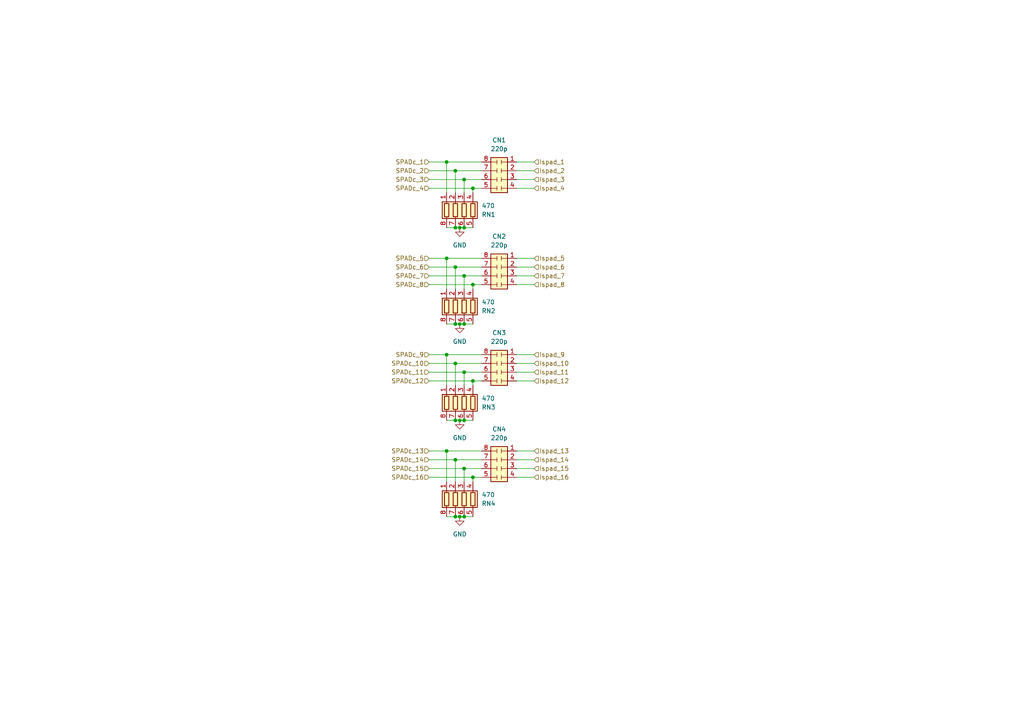
<source format=kicad_sch>
(kicad_sch (version 20230121) (generator eeschema)

  (uuid d2e06da8-8867-447f-afb6-f8ecd5dd31d7)

  (paper "A4")

  (lib_symbols
    (symbol "0_kicad_custom_symbols:C_Pack04" (pin_names (offset 0) hide) (in_bom yes) (on_board yes)
      (property "Reference" "CN" (at -7.62 0 90)
        (effects (font (size 1.27 1.27)))
      )
      (property "Value" "C_Pack04" (at 5.08 0 90)
        (effects (font (size 1.27 1.27)))
      )
      (property "Footprint" "" (at 6.985 0 90)
        (effects (font (size 1.27 1.27)) hide)
      )
      (property "Datasheet" "~" (at 0 0 0)
        (effects (font (size 1.27 1.27)) hide)
      )
      (property "ki_keywords" "R network parallel topology isolated" (at 0 0 0)
        (effects (font (size 1.27 1.27)) hide)
      )
      (property "ki_description" "4 resistor network, parallel topology" (at 0 0 0)
        (effects (font (size 1.27 1.27)) hide)
      )
      (property "ki_fp_filters" "DIP* SOIC* R*Array*Concave* R*Array*Convex*" (at 0 0 0)
        (effects (font (size 1.27 1.27)) hide)
      )
      (symbol "C_Pack04_0_1"
        (rectangle (start -6.35 -2.413) (end 3.81 2.413)
          (stroke (width 0.254) (type default))
          (fill (type background))
        )
        (polyline
          (pts
            (xy -5.715 -0.635)
            (xy -4.445 -0.635)
          )
          (stroke (width 0) (type default))
          (fill (type none))
        )
        (polyline
          (pts
            (xy -5.715 0.635)
            (xy -4.445 0.635)
          )
          (stroke (width 0) (type default))
          (fill (type none))
        )
        (polyline
          (pts
            (xy -5.08 -2.54)
            (xy -5.08 -0.635)
          )
          (stroke (width 0) (type default))
          (fill (type none))
        )
        (polyline
          (pts
            (xy -5.08 0.635)
            (xy -5.08 2.54)
          )
          (stroke (width 0) (type default))
          (fill (type none))
        )
        (polyline
          (pts
            (xy -3.175 -0.635)
            (xy -1.905 -0.635)
          )
          (stroke (width 0) (type default))
          (fill (type none))
        )
        (polyline
          (pts
            (xy -3.175 0.635)
            (xy -1.905 0.635)
          )
          (stroke (width 0) (type default))
          (fill (type none))
        )
        (polyline
          (pts
            (xy -2.54 -2.54)
            (xy -2.54 -0.635)
          )
          (stroke (width 0) (type default))
          (fill (type none))
        )
        (polyline
          (pts
            (xy -2.54 0.635)
            (xy -2.54 2.54)
          )
          (stroke (width 0) (type default))
          (fill (type none))
        )
        (polyline
          (pts
            (xy -0.635 -0.635)
            (xy 0.635 -0.635)
          )
          (stroke (width 0) (type default))
          (fill (type none))
        )
        (polyline
          (pts
            (xy -0.635 0.635)
            (xy 0.635 0.635)
          )
          (stroke (width 0) (type default))
          (fill (type none))
        )
        (polyline
          (pts
            (xy 0 -2.54)
            (xy 0 -0.635)
          )
          (stroke (width 0) (type default))
          (fill (type none))
        )
        (polyline
          (pts
            (xy 0 0.635)
            (xy 0 2.54)
          )
          (stroke (width 0) (type default))
          (fill (type none))
        )
        (polyline
          (pts
            (xy 1.905 -0.635)
            (xy 3.175 -0.635)
          )
          (stroke (width 0) (type default))
          (fill (type none))
        )
        (polyline
          (pts
            (xy 1.905 0.635)
            (xy 3.175 0.635)
          )
          (stroke (width 0) (type default))
          (fill (type none))
        )
        (polyline
          (pts
            (xy 2.54 -2.54)
            (xy 2.54 -0.635)
          )
          (stroke (width 0) (type default))
          (fill (type none))
        )
        (polyline
          (pts
            (xy 2.54 0.635)
            (xy 2.54 2.54)
          )
          (stroke (width 0) (type default))
          (fill (type none))
        )
      )
      (symbol "C_Pack04_1_1"
        (pin passive line (at -5.08 -5.08 90) (length 2.54)
          (name "R1.1" (effects (font (size 1.27 1.27))))
          (number "1" (effects (font (size 1.27 1.27))))
        )
        (pin passive line (at -2.54 -5.08 90) (length 2.54)
          (name "R2.1" (effects (font (size 1.27 1.27))))
          (number "2" (effects (font (size 1.27 1.27))))
        )
        (pin passive line (at 0 -5.08 90) (length 2.54)
          (name "R3.1" (effects (font (size 1.27 1.27))))
          (number "3" (effects (font (size 1.27 1.27))))
        )
        (pin passive line (at 2.54 -5.08 90) (length 2.54)
          (name "R4.1" (effects (font (size 1.27 1.27))))
          (number "4" (effects (font (size 1.27 1.27))))
        )
        (pin passive line (at 2.54 5.08 270) (length 2.54)
          (name "R4.2" (effects (font (size 1.27 1.27))))
          (number "5" (effects (font (size 1.27 1.27))))
        )
        (pin passive line (at 0 5.08 270) (length 2.54)
          (name "R3.2" (effects (font (size 1.27 1.27))))
          (number "6" (effects (font (size 1.27 1.27))))
        )
        (pin passive line (at -2.54 5.08 270) (length 2.54)
          (name "R2.2" (effects (font (size 1.27 1.27))))
          (number "7" (effects (font (size 1.27 1.27))))
        )
        (pin passive line (at -5.08 5.08 270) (length 2.54)
          (name "R1.2" (effects (font (size 1.27 1.27))))
          (number "8" (effects (font (size 1.27 1.27))))
        )
      )
    )
    (symbol "Device:R_Pack04" (pin_names (offset 0) hide) (in_bom yes) (on_board yes)
      (property "Reference" "RN" (at -7.62 0 90)
        (effects (font (size 1.27 1.27)))
      )
      (property "Value" "R_Pack04" (at 5.08 0 90)
        (effects (font (size 1.27 1.27)))
      )
      (property "Footprint" "" (at 6.985 0 90)
        (effects (font (size 1.27 1.27)) hide)
      )
      (property "Datasheet" "~" (at 0 0 0)
        (effects (font (size 1.27 1.27)) hide)
      )
      (property "ki_keywords" "R network parallel topology isolated" (at 0 0 0)
        (effects (font (size 1.27 1.27)) hide)
      )
      (property "ki_description" "4 resistor network, parallel topology" (at 0 0 0)
        (effects (font (size 1.27 1.27)) hide)
      )
      (property "ki_fp_filters" "DIP* SOIC* R*Array*Concave* R*Array*Convex*" (at 0 0 0)
        (effects (font (size 1.27 1.27)) hide)
      )
      (symbol "R_Pack04_0_1"
        (rectangle (start -6.35 -2.413) (end 3.81 2.413)
          (stroke (width 0.254) (type default))
          (fill (type background))
        )
        (rectangle (start -5.715 1.905) (end -4.445 -1.905)
          (stroke (width 0.254) (type default))
          (fill (type none))
        )
        (rectangle (start -3.175 1.905) (end -1.905 -1.905)
          (stroke (width 0.254) (type default))
          (fill (type none))
        )
        (rectangle (start -0.635 1.905) (end 0.635 -1.905)
          (stroke (width 0.254) (type default))
          (fill (type none))
        )
        (polyline
          (pts
            (xy -5.08 -2.54)
            (xy -5.08 -1.905)
          )
          (stroke (width 0) (type default))
          (fill (type none))
        )
        (polyline
          (pts
            (xy -5.08 1.905)
            (xy -5.08 2.54)
          )
          (stroke (width 0) (type default))
          (fill (type none))
        )
        (polyline
          (pts
            (xy -2.54 -2.54)
            (xy -2.54 -1.905)
          )
          (stroke (width 0) (type default))
          (fill (type none))
        )
        (polyline
          (pts
            (xy -2.54 1.905)
            (xy -2.54 2.54)
          )
          (stroke (width 0) (type default))
          (fill (type none))
        )
        (polyline
          (pts
            (xy 0 -2.54)
            (xy 0 -1.905)
          )
          (stroke (width 0) (type default))
          (fill (type none))
        )
        (polyline
          (pts
            (xy 0 1.905)
            (xy 0 2.54)
          )
          (stroke (width 0) (type default))
          (fill (type none))
        )
        (polyline
          (pts
            (xy 2.54 -2.54)
            (xy 2.54 -1.905)
          )
          (stroke (width 0) (type default))
          (fill (type none))
        )
        (polyline
          (pts
            (xy 2.54 1.905)
            (xy 2.54 2.54)
          )
          (stroke (width 0) (type default))
          (fill (type none))
        )
        (rectangle (start 1.905 1.905) (end 3.175 -1.905)
          (stroke (width 0.254) (type default))
          (fill (type none))
        )
      )
      (symbol "R_Pack04_1_1"
        (pin passive line (at -5.08 -5.08 90) (length 2.54)
          (name "R1.1" (effects (font (size 1.27 1.27))))
          (number "1" (effects (font (size 1.27 1.27))))
        )
        (pin passive line (at -2.54 -5.08 90) (length 2.54)
          (name "R2.1" (effects (font (size 1.27 1.27))))
          (number "2" (effects (font (size 1.27 1.27))))
        )
        (pin passive line (at 0 -5.08 90) (length 2.54)
          (name "R3.1" (effects (font (size 1.27 1.27))))
          (number "3" (effects (font (size 1.27 1.27))))
        )
        (pin passive line (at 2.54 -5.08 90) (length 2.54)
          (name "R4.1" (effects (font (size 1.27 1.27))))
          (number "4" (effects (font (size 1.27 1.27))))
        )
        (pin passive line (at 2.54 5.08 270) (length 2.54)
          (name "R4.2" (effects (font (size 1.27 1.27))))
          (number "5" (effects (font (size 1.27 1.27))))
        )
        (pin passive line (at 0 5.08 270) (length 2.54)
          (name "R3.2" (effects (font (size 1.27 1.27))))
          (number "6" (effects (font (size 1.27 1.27))))
        )
        (pin passive line (at -2.54 5.08 270) (length 2.54)
          (name "R2.2" (effects (font (size 1.27 1.27))))
          (number "7" (effects (font (size 1.27 1.27))))
        )
        (pin passive line (at -5.08 5.08 270) (length 2.54)
          (name "R1.2" (effects (font (size 1.27 1.27))))
          (number "8" (effects (font (size 1.27 1.27))))
        )
      )
    )
    (symbol "power:GND" (power) (pin_names (offset 0)) (in_bom yes) (on_board yes)
      (property "Reference" "#PWR" (at 0 -6.35 0)
        (effects (font (size 1.27 1.27)) hide)
      )
      (property "Value" "GND" (at 0 -3.81 0)
        (effects (font (size 1.27 1.27)))
      )
      (property "Footprint" "" (at 0 0 0)
        (effects (font (size 1.27 1.27)) hide)
      )
      (property "Datasheet" "" (at 0 0 0)
        (effects (font (size 1.27 1.27)) hide)
      )
      (property "ki_keywords" "global power" (at 0 0 0)
        (effects (font (size 1.27 1.27)) hide)
      )
      (property "ki_description" "Power symbol creates a global label with name \"GND\" , ground" (at 0 0 0)
        (effects (font (size 1.27 1.27)) hide)
      )
      (symbol "GND_0_1"
        (polyline
          (pts
            (xy 0 0)
            (xy 0 -1.27)
            (xy 1.27 -1.27)
            (xy 0 -2.54)
            (xy -1.27 -1.27)
            (xy 0 -1.27)
          )
          (stroke (width 0) (type default))
          (fill (type none))
        )
      )
      (symbol "GND_1_1"
        (pin power_in line (at 0 0 270) (length 0) hide
          (name "GND" (effects (font (size 1.27 1.27))))
          (number "1" (effects (font (size 1.27 1.27))))
        )
      )
    )
  )

  (junction (at 133.35 66.04) (diameter 0) (color 0 0 0 0)
    (uuid 0250c183-4dfc-4ffa-8f6d-ec1c47090d54)
  )
  (junction (at 132.08 133.35) (diameter 0) (color 0 0 0 0)
    (uuid 19f959ac-5c98-4774-8dde-057815f99f00)
  )
  (junction (at 133.35 149.86) (diameter 0) (color 0 0 0 0)
    (uuid 247ffb8f-b399-4046-a3b4-63862a5a3276)
  )
  (junction (at 134.62 121.92) (diameter 0) (color 0 0 0 0)
    (uuid 2d734e23-de1e-462b-b305-b1a3c16aed11)
  )
  (junction (at 132.08 77.47) (diameter 0) (color 0 0 0 0)
    (uuid 30f504bd-8277-4931-acbd-c97a50448660)
  )
  (junction (at 129.54 130.81) (diameter 0) (color 0 0 0 0)
    (uuid 40133482-6220-4382-8dfd-8a6c167bfd2c)
  )
  (junction (at 132.08 149.86) (diameter 0) (color 0 0 0 0)
    (uuid 5abebbce-7899-49df-8e49-116f79e5163a)
  )
  (junction (at 134.62 52.07) (diameter 0) (color 0 0 0 0)
    (uuid 7ce48d7e-fc37-4273-838e-1759e94d48d8)
  )
  (junction (at 133.35 121.92) (diameter 0) (color 0 0 0 0)
    (uuid 8745522b-0f0f-44ea-9176-c0266e386e34)
  )
  (junction (at 134.62 66.04) (diameter 0) (color 0 0 0 0)
    (uuid 87697e27-14f0-4109-9a72-682164ed6475)
  )
  (junction (at 134.62 135.89) (diameter 0) (color 0 0 0 0)
    (uuid 8e23f0a1-4950-4893-8ef5-e38cd07c7688)
  )
  (junction (at 134.62 93.98) (diameter 0) (color 0 0 0 0)
    (uuid 8fc08eaf-e2c9-423a-b53d-29ff266c019b)
  )
  (junction (at 132.08 49.53) (diameter 0) (color 0 0 0 0)
    (uuid 9bf88b2e-e470-4dc5-89d9-56adb9ee54cc)
  )
  (junction (at 132.08 66.04) (diameter 0) (color 0 0 0 0)
    (uuid a02f9c6c-99ae-4a60-954e-b6ee5aaf6656)
  )
  (junction (at 137.16 110.49) (diameter 0) (color 0 0 0 0)
    (uuid a04c303c-b77c-4157-bb95-62861517178a)
  )
  (junction (at 132.08 121.92) (diameter 0) (color 0 0 0 0)
    (uuid a564146d-bc64-43c3-ac53-b540ced688de)
  )
  (junction (at 133.35 93.98) (diameter 0) (color 0 0 0 0)
    (uuid b07b8cbc-b21b-4956-8c5b-b23918cb9391)
  )
  (junction (at 137.16 54.61) (diameter 0) (color 0 0 0 0)
    (uuid bf11aee5-1f34-4b41-82ad-ac0fad277156)
  )
  (junction (at 134.62 107.95) (diameter 0) (color 0 0 0 0)
    (uuid d70013d4-f080-4b22-bc20-0605aedd0963)
  )
  (junction (at 129.54 74.93) (diameter 0) (color 0 0 0 0)
    (uuid d96c7bce-ff4e-4bf3-9548-c5254bed6bf1)
  )
  (junction (at 137.16 82.55) (diameter 0) (color 0 0 0 0)
    (uuid d9b618f2-67ad-4728-b6ce-8f80e5651ca4)
  )
  (junction (at 132.08 105.41) (diameter 0) (color 0 0 0 0)
    (uuid dca312c9-7242-4b3c-a829-c2e1e7f76853)
  )
  (junction (at 129.54 46.99) (diameter 0) (color 0 0 0 0)
    (uuid dea1cac4-f616-4e7c-9a10-3aad8367acf3)
  )
  (junction (at 132.08 93.98) (diameter 0) (color 0 0 0 0)
    (uuid ec683f9b-94b8-400c-92eb-a4399093e4db)
  )
  (junction (at 137.16 138.43) (diameter 0) (color 0 0 0 0)
    (uuid eee6b675-8dcc-4599-8daf-d70633e1f62a)
  )
  (junction (at 134.62 149.86) (diameter 0) (color 0 0 0 0)
    (uuid f32b700d-432c-4001-9eae-5264d18c3b47)
  )
  (junction (at 134.62 80.01) (diameter 0) (color 0 0 0 0)
    (uuid f34345eb-4104-41bb-b28b-063e82ee69a4)
  )
  (junction (at 129.54 102.87) (diameter 0) (color 0 0 0 0)
    (uuid fc0740cc-fdb0-4356-b1ea-1d02fe678bcc)
  )

  (wire (pts (xy 139.7 133.35) (xy 132.08 133.35))
    (stroke (width 0) (type default))
    (uuid 00922983-8050-4b94-bc5a-e0aa15928b8d)
  )
  (wire (pts (xy 132.08 93.98) (xy 133.35 93.98))
    (stroke (width 0) (type default))
    (uuid 054edc87-0c2e-4f9a-aae0-08adb849b802)
  )
  (wire (pts (xy 124.46 102.87) (xy 129.54 102.87))
    (stroke (width 0) (type default))
    (uuid 069cd67b-ab73-448c-9bae-a1d8e80875f4)
  )
  (wire (pts (xy 124.46 105.41) (xy 132.08 105.41))
    (stroke (width 0) (type default))
    (uuid 0e95bf56-4d81-4930-b851-4fd8c9e7630c)
  )
  (wire (pts (xy 137.16 110.49) (xy 137.16 111.76))
    (stroke (width 0) (type default))
    (uuid 0f9188ba-8b44-4730-8eda-ad3bf75d5f46)
  )
  (wire (pts (xy 139.7 130.81) (xy 129.54 130.81))
    (stroke (width 0) (type default))
    (uuid 1314b61b-1c45-4d6f-9f40-36d559868b24)
  )
  (wire (pts (xy 139.7 135.89) (xy 134.62 135.89))
    (stroke (width 0) (type default))
    (uuid 191957b2-ec9c-44ab-b1dc-dc8af06c8e18)
  )
  (wire (pts (xy 134.62 80.01) (xy 134.62 83.82))
    (stroke (width 0) (type default))
    (uuid 1c0309a9-856c-4bd5-9ab7-9caed9101277)
  )
  (wire (pts (xy 134.62 107.95) (xy 134.62 111.76))
    (stroke (width 0) (type default))
    (uuid 20fa6861-5449-4b9f-95de-bca53345dbb8)
  )
  (wire (pts (xy 134.62 52.07) (xy 134.62 55.88))
    (stroke (width 0) (type default))
    (uuid 2ca43e6e-5182-4c8c-8746-9622b012d867)
  )
  (wire (pts (xy 139.7 77.47) (xy 132.08 77.47))
    (stroke (width 0) (type default))
    (uuid 2edfce49-58b7-4207-b0e3-49ef944a7667)
  )
  (wire (pts (xy 149.86 138.43) (xy 154.94 138.43))
    (stroke (width 0) (type default))
    (uuid 3022296b-2ad7-4af2-95fc-de78e7625b30)
  )
  (wire (pts (xy 129.54 121.92) (xy 132.08 121.92))
    (stroke (width 0) (type default))
    (uuid 32f43bdb-a721-4480-9bfa-1e94587f88af)
  )
  (wire (pts (xy 134.62 149.86) (xy 137.16 149.86))
    (stroke (width 0) (type default))
    (uuid 3653eb83-3fab-49f4-8cc7-6ba3ca8a89c8)
  )
  (wire (pts (xy 139.7 46.99) (xy 129.54 46.99))
    (stroke (width 0) (type default))
    (uuid 391afcf4-0bd8-48ab-ad79-02b6f66ece26)
  )
  (wire (pts (xy 149.86 54.61) (xy 154.94 54.61))
    (stroke (width 0) (type default))
    (uuid 411b5e0e-f0e3-441b-a52b-31f267b8b1e7)
  )
  (wire (pts (xy 133.35 149.86) (xy 134.62 149.86))
    (stroke (width 0) (type default))
    (uuid 421c9a0c-a364-4bd8-a502-682dff7864ab)
  )
  (wire (pts (xy 149.86 74.93) (xy 154.94 74.93))
    (stroke (width 0) (type default))
    (uuid 423b5688-93d0-4741-8591-a32ddb68d3fa)
  )
  (wire (pts (xy 133.35 66.04) (xy 134.62 66.04))
    (stroke (width 0) (type default))
    (uuid 45deb88d-5a42-41d8-9554-228f20f65131)
  )
  (wire (pts (xy 124.46 54.61) (xy 137.16 54.61))
    (stroke (width 0) (type default))
    (uuid 466b3c74-9846-4b7a-87a7-ac7dddc09b96)
  )
  (wire (pts (xy 124.46 46.99) (xy 129.54 46.99))
    (stroke (width 0) (type default))
    (uuid 4ad6e5a5-d6db-45e8-a389-469641f6b6f3)
  )
  (wire (pts (xy 149.86 105.41) (xy 154.94 105.41))
    (stroke (width 0) (type default))
    (uuid 4dc5b574-cfdb-4996-bb45-26e69bf22fc2)
  )
  (wire (pts (xy 129.54 149.86) (xy 132.08 149.86))
    (stroke (width 0) (type default))
    (uuid 4faf966f-4322-4d41-b912-e3190ae96eb8)
  )
  (wire (pts (xy 124.46 107.95) (xy 134.62 107.95))
    (stroke (width 0) (type default))
    (uuid 503daeac-4401-4b6e-b959-dfc04b26cff5)
  )
  (wire (pts (xy 139.7 74.93) (xy 129.54 74.93))
    (stroke (width 0) (type default))
    (uuid 5b00c246-d5a8-4f1d-afed-400f3e921b2c)
  )
  (wire (pts (xy 134.62 66.04) (xy 137.16 66.04))
    (stroke (width 0) (type default))
    (uuid 5b2a8366-b853-4aac-a59e-997ffbb6b3a9)
  )
  (wire (pts (xy 139.7 52.07) (xy 134.62 52.07))
    (stroke (width 0) (type default))
    (uuid 5ff36852-59b2-4dac-ba5a-e96b2f096730)
  )
  (wire (pts (xy 134.62 121.92) (xy 137.16 121.92))
    (stroke (width 0) (type default))
    (uuid 65db32bc-5f21-4e9b-8426-113f42f7af69)
  )
  (wire (pts (xy 124.46 52.07) (xy 134.62 52.07))
    (stroke (width 0) (type default))
    (uuid 6c6672bd-a685-414b-a9be-f768ab711582)
  )
  (wire (pts (xy 149.86 110.49) (xy 154.94 110.49))
    (stroke (width 0) (type default))
    (uuid 6e406a2b-29e8-4021-ba17-86bb7e2bce4c)
  )
  (wire (pts (xy 129.54 74.93) (xy 129.54 83.82))
    (stroke (width 0) (type default))
    (uuid 6e8dfefc-0775-44cb-98e3-c72cc78d9861)
  )
  (wire (pts (xy 124.46 80.01) (xy 134.62 80.01))
    (stroke (width 0) (type default))
    (uuid 6f501822-9d76-46ba-84fd-28391c940d01)
  )
  (wire (pts (xy 137.16 54.61) (xy 137.16 55.88))
    (stroke (width 0) (type default))
    (uuid 71e4d969-3045-4722-814f-1bdaac72135b)
  )
  (wire (pts (xy 139.7 110.49) (xy 137.16 110.49))
    (stroke (width 0) (type default))
    (uuid 72fb5cc5-c1e3-4c48-9863-0393316bc408)
  )
  (wire (pts (xy 139.7 82.55) (xy 137.16 82.55))
    (stroke (width 0) (type default))
    (uuid 7548ed5a-bd8b-4cef-8fa7-bad2d635fb32)
  )
  (wire (pts (xy 149.86 133.35) (xy 154.94 133.35))
    (stroke (width 0) (type default))
    (uuid 75d65f83-0270-4c4f-aada-21ca11143636)
  )
  (wire (pts (xy 134.62 93.98) (xy 137.16 93.98))
    (stroke (width 0) (type default))
    (uuid 787456c7-b5c1-49c5-a389-518b4fdb32dd)
  )
  (wire (pts (xy 139.7 102.87) (xy 129.54 102.87))
    (stroke (width 0) (type default))
    (uuid 792e9215-1153-477d-85f0-6c1d55e383b4)
  )
  (wire (pts (xy 139.7 105.41) (xy 132.08 105.41))
    (stroke (width 0) (type default))
    (uuid 79f3da1b-60fb-4cd7-892a-9b2c7cf3cc12)
  )
  (wire (pts (xy 149.86 46.99) (xy 154.94 46.99))
    (stroke (width 0) (type default))
    (uuid 79f46840-052b-4807-bd9c-7a5ffce4cd58)
  )
  (wire (pts (xy 124.46 138.43) (xy 137.16 138.43))
    (stroke (width 0) (type default))
    (uuid 7e81c483-8ed9-44b8-81dc-75dff30ded2f)
  )
  (wire (pts (xy 129.54 46.99) (xy 129.54 55.88))
    (stroke (width 0) (type default))
    (uuid 8114b085-ef2d-4699-9670-ef65591f2b0c)
  )
  (wire (pts (xy 124.46 74.93) (xy 129.54 74.93))
    (stroke (width 0) (type default))
    (uuid 817dcc10-c613-4a0a-a84a-f772afc45b20)
  )
  (wire (pts (xy 139.7 54.61) (xy 137.16 54.61))
    (stroke (width 0) (type default))
    (uuid 81df6f5b-afb4-45fc-a5db-d4c5b4c2fa6d)
  )
  (wire (pts (xy 124.46 130.81) (xy 129.54 130.81))
    (stroke (width 0) (type default))
    (uuid 82031de4-96d7-4145-bb13-a65676c97b99)
  )
  (wire (pts (xy 132.08 105.41) (xy 132.08 111.76))
    (stroke (width 0) (type default))
    (uuid 8488aeb5-9ad7-4ddd-acdd-90bbc71c2a3e)
  )
  (wire (pts (xy 149.86 49.53) (xy 154.94 49.53))
    (stroke (width 0) (type default))
    (uuid 915f4a64-1411-447c-94ee-93e223b66e47)
  )
  (wire (pts (xy 124.46 135.89) (xy 134.62 135.89))
    (stroke (width 0) (type default))
    (uuid 9196dcaa-763a-44d4-95d1-2c2fdd28dcad)
  )
  (wire (pts (xy 124.46 133.35) (xy 132.08 133.35))
    (stroke (width 0) (type default))
    (uuid 92830ba8-709c-4077-8c14-2f6bca48e98c)
  )
  (wire (pts (xy 129.54 66.04) (xy 132.08 66.04))
    (stroke (width 0) (type default))
    (uuid 92dda4f0-d3fe-449b-a008-ecf024e7ba09)
  )
  (wire (pts (xy 149.86 102.87) (xy 154.94 102.87))
    (stroke (width 0) (type default))
    (uuid 971b9eda-7f29-48a8-817e-05b25d1ab2f2)
  )
  (wire (pts (xy 133.35 93.98) (xy 134.62 93.98))
    (stroke (width 0) (type default))
    (uuid 9817e908-507f-4acd-bcb7-06678f6143b7)
  )
  (wire (pts (xy 149.86 107.95) (xy 154.94 107.95))
    (stroke (width 0) (type default))
    (uuid 98d7385f-59f1-4e42-81d3-98483cfe597f)
  )
  (wire (pts (xy 149.86 130.81) (xy 154.94 130.81))
    (stroke (width 0) (type default))
    (uuid 98f97b73-eb0c-4d7a-8ffb-5aae0195a506)
  )
  (wire (pts (xy 132.08 66.04) (xy 133.35 66.04))
    (stroke (width 0) (type default))
    (uuid 991aadd6-e250-408e-bb5b-342908ec3d5b)
  )
  (wire (pts (xy 132.08 121.92) (xy 133.35 121.92))
    (stroke (width 0) (type default))
    (uuid a4a64bc6-c509-4904-9beb-68d4d93350ae)
  )
  (wire (pts (xy 134.62 135.89) (xy 134.62 139.7))
    (stroke (width 0) (type default))
    (uuid a96fa07f-042f-4349-926d-1945a335b08c)
  )
  (wire (pts (xy 149.86 82.55) (xy 154.94 82.55))
    (stroke (width 0) (type default))
    (uuid a9f2b223-0d2e-4de8-8522-ce4c9a4952e3)
  )
  (wire (pts (xy 137.16 138.43) (xy 137.16 139.7))
    (stroke (width 0) (type default))
    (uuid ad23b92e-cd9c-43d9-a771-89d11c08b83f)
  )
  (wire (pts (xy 132.08 77.47) (xy 132.08 83.82))
    (stroke (width 0) (type default))
    (uuid aedc1a82-2430-4156-8611-c42e912a28df)
  )
  (wire (pts (xy 149.86 77.47) (xy 154.94 77.47))
    (stroke (width 0) (type default))
    (uuid b51d65ee-1dcd-4be5-afec-61becc38229e)
  )
  (wire (pts (xy 132.08 49.53) (xy 132.08 55.88))
    (stroke (width 0) (type default))
    (uuid b792b107-eae6-4e5c-89ee-df6abf59db1d)
  )
  (wire (pts (xy 139.7 138.43) (xy 137.16 138.43))
    (stroke (width 0) (type default))
    (uuid b81d37e6-546c-499f-bd11-0735eaf44c4e)
  )
  (wire (pts (xy 139.7 49.53) (xy 132.08 49.53))
    (stroke (width 0) (type default))
    (uuid b92b179a-30e4-4eca-bf6c-6fd61309e14c)
  )
  (wire (pts (xy 149.86 80.01) (xy 154.94 80.01))
    (stroke (width 0) (type default))
    (uuid bda1372a-41f6-4c2f-8b8c-9c974c224d02)
  )
  (wire (pts (xy 139.7 107.95) (xy 134.62 107.95))
    (stroke (width 0) (type default))
    (uuid c990c39a-0bfc-4c68-a744-991a9cf92d0e)
  )
  (wire (pts (xy 129.54 130.81) (xy 129.54 139.7))
    (stroke (width 0) (type default))
    (uuid cf16c7c4-7e40-4804-a030-97e08888cce8)
  )
  (wire (pts (xy 133.35 121.92) (xy 134.62 121.92))
    (stroke (width 0) (type default))
    (uuid cf72f181-4e65-41e6-9752-9575eeb7935e)
  )
  (wire (pts (xy 132.08 133.35) (xy 132.08 139.7))
    (stroke (width 0) (type default))
    (uuid d39c123d-5816-4888-963b-8639f501e34a)
  )
  (wire (pts (xy 132.08 149.86) (xy 133.35 149.86))
    (stroke (width 0) (type default))
    (uuid d473cd84-fa44-4a68-949c-b5c4c7d37fe4)
  )
  (wire (pts (xy 124.46 77.47) (xy 132.08 77.47))
    (stroke (width 0) (type default))
    (uuid d58766ba-b5f4-4d20-9add-8c09922de74a)
  )
  (wire (pts (xy 129.54 93.98) (xy 132.08 93.98))
    (stroke (width 0) (type default))
    (uuid dcb9c71b-0a72-438d-a814-5512d0ff48c9)
  )
  (wire (pts (xy 124.46 110.49) (xy 137.16 110.49))
    (stroke (width 0) (type default))
    (uuid ddd79145-fee2-4a8b-828f-b354d9000299)
  )
  (wire (pts (xy 129.54 102.87) (xy 129.54 111.76))
    (stroke (width 0) (type default))
    (uuid deab9942-4476-44be-b7f4-74d5400e2d9b)
  )
  (wire (pts (xy 124.46 49.53) (xy 132.08 49.53))
    (stroke (width 0) (type default))
    (uuid deb5b360-8773-4b8d-8fe8-8ef968ffa21a)
  )
  (wire (pts (xy 137.16 82.55) (xy 137.16 83.82))
    (stroke (width 0) (type default))
    (uuid e021e566-80f0-4860-a30d-ac42e32f3e31)
  )
  (wire (pts (xy 149.86 52.07) (xy 154.94 52.07))
    (stroke (width 0) (type default))
    (uuid e8dba9ef-deba-4dcc-a13b-bd687de6ec41)
  )
  (wire (pts (xy 149.86 135.89) (xy 154.94 135.89))
    (stroke (width 0) (type default))
    (uuid ebcfec22-12be-4ae5-a8f2-a1102a01fce8)
  )
  (wire (pts (xy 124.46 82.55) (xy 137.16 82.55))
    (stroke (width 0) (type default))
    (uuid f39918c2-70bb-48a1-9568-2d4ab0dd935b)
  )
  (wire (pts (xy 139.7 80.01) (xy 134.62 80.01))
    (stroke (width 0) (type default))
    (uuid f8faa455-b79b-4a82-9043-f08ab6a090d4)
  )

  (hierarchical_label "Ispad_10" (shape input) (at 154.94 105.41 0) (fields_autoplaced)
    (effects (font (size 1.27 1.27)) (justify left))
    (uuid 17de2be3-d0d4-4f33-b441-8013ad10412f)
  )
  (hierarchical_label "Ispad_1" (shape input) (at 154.94 46.99 0) (fields_autoplaced)
    (effects (font (size 1.27 1.27)) (justify left))
    (uuid 19ccc2f6-ae3f-463d-8bf9-2033a69b8ac7)
  )
  (hierarchical_label "SPADc_2" (shape input) (at 124.46 49.53 180) (fields_autoplaced)
    (effects (font (size 1.27 1.27)) (justify right))
    (uuid 35cd261b-4e9e-40cd-ad05-05791b601338)
  )
  (hierarchical_label "Ispad_14" (shape input) (at 154.94 133.35 0) (fields_autoplaced)
    (effects (font (size 1.27 1.27)) (justify left))
    (uuid 35f9f1e6-9675-4404-acf1-fc3eb5972436)
  )
  (hierarchical_label "Ispad_15" (shape input) (at 154.94 135.89 0) (fields_autoplaced)
    (effects (font (size 1.27 1.27)) (justify left))
    (uuid 36da115a-9e81-4007-8e45-0c75eb7de176)
  )
  (hierarchical_label "SPADc_11" (shape input) (at 124.46 107.95 180) (fields_autoplaced)
    (effects (font (size 1.27 1.27)) (justify right))
    (uuid 38cfff7e-6efe-474c-b4ce-10e046f4506f)
  )
  (hierarchical_label "SPADc_6" (shape input) (at 124.46 77.47 180) (fields_autoplaced)
    (effects (font (size 1.27 1.27)) (justify right))
    (uuid 3b9078de-cc21-499d-a08c-061e3dda1961)
  )
  (hierarchical_label "Ispad_4" (shape input) (at 154.94 54.61 0) (fields_autoplaced)
    (effects (font (size 1.27 1.27)) (justify left))
    (uuid 50b75708-cb5f-4c00-9417-519a6f32d3f3)
  )
  (hierarchical_label "SPADc_7" (shape input) (at 124.46 80.01 180) (fields_autoplaced)
    (effects (font (size 1.27 1.27)) (justify right))
    (uuid 570197b8-15da-41a1-86a3-417d8552693d)
  )
  (hierarchical_label "Ispad_8" (shape input) (at 154.94 82.55 0) (fields_autoplaced)
    (effects (font (size 1.27 1.27)) (justify left))
    (uuid 5cb18395-66d2-4f8d-a2e6-e0c97f42cbd3)
  )
  (hierarchical_label "SPADc_4" (shape input) (at 124.46 54.61 180) (fields_autoplaced)
    (effects (font (size 1.27 1.27)) (justify right))
    (uuid 5d7b2df9-cf89-457e-827b-13e27d56f19c)
  )
  (hierarchical_label "Ispad_6" (shape input) (at 154.94 77.47 0) (fields_autoplaced)
    (effects (font (size 1.27 1.27)) (justify left))
    (uuid 63cf4c9e-8710-4263-93ca-00d6cf6dd540)
  )
  (hierarchical_label "SPADc_1" (shape input) (at 124.46 46.99 180) (fields_autoplaced)
    (effects (font (size 1.27 1.27)) (justify right))
    (uuid 6a15c25d-0b37-4f38-8ccf-b88d73579f60)
  )
  (hierarchical_label "SPADc_13" (shape input) (at 124.46 130.81 180) (fields_autoplaced)
    (effects (font (size 1.27 1.27)) (justify right))
    (uuid 7bcac17b-408a-42d9-a837-9a13985bdc9b)
  )
  (hierarchical_label "Ispad_11" (shape input) (at 154.94 107.95 0) (fields_autoplaced)
    (effects (font (size 1.27 1.27)) (justify left))
    (uuid 8056d27a-d37d-4e35-8b88-f6601240f8c2)
  )
  (hierarchical_label "Ispad_9" (shape input) (at 154.94 102.87 0) (fields_autoplaced)
    (effects (font (size 1.27 1.27)) (justify left))
    (uuid 8c884536-038f-434c-b8ca-614df52163b3)
  )
  (hierarchical_label "Ispad_13" (shape input) (at 154.94 130.81 0) (fields_autoplaced)
    (effects (font (size 1.27 1.27)) (justify left))
    (uuid 915c7a27-5171-4afc-afc4-a699ec9b530a)
  )
  (hierarchical_label "SPADc_10" (shape input) (at 124.46 105.41 180) (fields_autoplaced)
    (effects (font (size 1.27 1.27)) (justify right))
    (uuid 94608371-48ee-44df-8d34-699f55933391)
  )
  (hierarchical_label "SPADc_8" (shape input) (at 124.46 82.55 180) (fields_autoplaced)
    (effects (font (size 1.27 1.27)) (justify right))
    (uuid a432103a-a928-4a7a-8c78-4f57443e9d8f)
  )
  (hierarchical_label "Ispad_5" (shape input) (at 154.94 74.93 0) (fields_autoplaced)
    (effects (font (size 1.27 1.27)) (justify left))
    (uuid b1a2eb26-1f89-4ca5-bab7-4a28e1755586)
  )
  (hierarchical_label "SPADc_15" (shape input) (at 124.46 135.89 180) (fields_autoplaced)
    (effects (font (size 1.27 1.27)) (justify right))
    (uuid c0364beb-1bdd-4e0a-8147-7993926901d9)
  )
  (hierarchical_label "SPADc_5" (shape input) (at 124.46 74.93 180) (fields_autoplaced)
    (effects (font (size 1.27 1.27)) (justify right))
    (uuid d0fbaf10-88b7-4cb6-a927-da6fbeebcf43)
  )
  (hierarchical_label "SPADc_14" (shape input) (at 124.46 133.35 180) (fields_autoplaced)
    (effects (font (size 1.27 1.27)) (justify right))
    (uuid e4c1ca2c-da16-4eed-9a91-6b218deb816a)
  )
  (hierarchical_label "Ispad_3" (shape input) (at 154.94 52.07 0) (fields_autoplaced)
    (effects (font (size 1.27 1.27)) (justify left))
    (uuid e624eb4a-59ba-4e88-af64-5093f003e165)
  )
  (hierarchical_label "SPADc_9" (shape input) (at 124.46 102.87 180) (fields_autoplaced)
    (effects (font (size 1.27 1.27)) (justify right))
    (uuid e7b13508-1930-4341-a144-939e728d9ce8)
  )
  (hierarchical_label "Ispad_2" (shape input) (at 154.94 49.53 0) (fields_autoplaced)
    (effects (font (size 1.27 1.27)) (justify left))
    (uuid e82347fb-fa3e-4c9e-8105-5b21a0f5ac91)
  )
  (hierarchical_label "SPADc_16" (shape input) (at 124.46 138.43 180) (fields_autoplaced)
    (effects (font (size 1.27 1.27)) (justify right))
    (uuid e9463880-fda7-416f-bfeb-2e33a1e0732e)
  )
  (hierarchical_label "SPADc_3" (shape input) (at 124.46 52.07 180) (fields_autoplaced)
    (effects (font (size 1.27 1.27)) (justify right))
    (uuid eb45bf18-7303-4c58-a31e-3e5f4abbcf24)
  )
  (hierarchical_label "Ispad_7" (shape input) (at 154.94 80.01 0) (fields_autoplaced)
    (effects (font (size 1.27 1.27)) (justify left))
    (uuid f0691e0b-304e-4ed5-b754-cb6932d605aa)
  )
  (hierarchical_label "Ispad_16" (shape input) (at 154.94 138.43 0) (fields_autoplaced)
    (effects (font (size 1.27 1.27)) (justify left))
    (uuid f0d24614-6312-4117-b62e-416ece01a340)
  )
  (hierarchical_label "SPADc_12" (shape input) (at 124.46 110.49 180) (fields_autoplaced)
    (effects (font (size 1.27 1.27)) (justify right))
    (uuid f8306fb9-fc96-4505-9d35-d2d5507ff089)
  )
  (hierarchical_label "Ispad_12" (shape input) (at 154.94 110.49 0) (fields_autoplaced)
    (effects (font (size 1.27 1.27)) (justify left))
    (uuid fb76d889-5cff-4962-93d0-9522d94a2053)
  )

  (symbol (lib_id "Device:R_Pack04") (at 134.62 88.9 0) (mirror x) (unit 1)
    (in_bom yes) (on_board yes) (dnp no)
    (uuid 03cb110f-c630-4130-9849-7c2602081998)
    (property "Reference" "RN2" (at 139.7 90.1701 0)
      (effects (font (size 1.27 1.27)) (justify left))
    )
    (property "Value" "470" (at 139.7 87.6301 0)
      (effects (font (size 1.27 1.27)) (justify left))
    )
    (property "Footprint" "Resistor_SMD:R_Array_Concave_4x0402" (at 141.605 88.9 90)
      (effects (font (size 1.27 1.27)) hide)
    )
    (property "Datasheet" "~" (at 134.62 88.9 0)
      (effects (font (size 1.27 1.27)) hide)
    )
    (pin "1" (uuid 6779003b-bb89-45df-b49c-86a7b0ef4093))
    (pin "2" (uuid 8726f23b-c778-45e7-8f01-e6f978d0759f))
    (pin "3" (uuid 9df639a3-06e9-4e4e-ad15-0335ef0c2110))
    (pin "4" (uuid b8f79f90-9c9e-4f18-97be-da2e0af60215))
    (pin "5" (uuid cbd1f8c7-c6d9-41fc-8592-1cd4f5ce66d2))
    (pin "6" (uuid 5cf4b432-db9b-47fb-a6e2-7e449ccec0e3))
    (pin "7" (uuid 4935d8a5-ebef-46c8-87e6-2bf7403fab0b))
    (pin "8" (uuid a43bbc0e-ae61-4577-8b6b-ab8eef84f9ae))
    (instances
      (project "array_row"
        (path "/52d8f336-2548-4a6a-9199-249ef77232ed/831de707-0305-4f36-b672-44978d251e62"
          (reference "RN2") (unit 1)
        )
      )
      (project "array-matched-highpass-filters"
        (path "/d2e06da8-8867-447f-afb6-f8ecd5dd31d7"
          (reference "RN2") (unit 1)
        )
      )
      (project "VRSPAD-144"
        (path "/e63e39d7-6ac0-4ffd-8aa3-1841a4541b55"
          (reference "RN1") (unit 1)
        )
        (path "/e63e39d7-6ac0-4ffd-8aa3-1841a4541b55/ef42a688-5582-4292-90ed-ae6bebcd826b/831de707-0305-4f36-b672-44978d251e62"
          (reference "RN30") (unit 1)
        )
        (path "/e63e39d7-6ac0-4ffd-8aa3-1841a4541b55/f7e68341-d08f-410c-a552-713158ecf069/831de707-0305-4f36-b672-44978d251e62"
          (reference "RN2") (unit 1)
        )
        (path "/e63e39d7-6ac0-4ffd-8aa3-1841a4541b55/54d3a8ef-7654-4914-a5b8-ca7d4a050031/831de707-0305-4f36-b672-44978d251e62"
          (reference "RN6") (unit 1)
        )
        (path "/e63e39d7-6ac0-4ffd-8aa3-1841a4541b55/9eb032f0-7020-4268-b8b5-9c0f288e33a5/831de707-0305-4f36-b672-44978d251e62"
          (reference "RN10") (unit 1)
        )
        (path "/e63e39d7-6ac0-4ffd-8aa3-1841a4541b55/8b2d5712-6561-468d-8f84-7ad644afaa48/831de707-0305-4f36-b672-44978d251e62"
          (reference "RN14") (unit 1)
        )
        (path "/e63e39d7-6ac0-4ffd-8aa3-1841a4541b55/80a180d9-fd67-40b4-98bd-653a7e876b6a/831de707-0305-4f36-b672-44978d251e62"
          (reference "RN18") (unit 1)
        )
        (path "/e63e39d7-6ac0-4ffd-8aa3-1841a4541b55/1b21757f-e74f-4721-8203-584d48d037c8/831de707-0305-4f36-b672-44978d251e62"
          (reference "RN22") (unit 1)
        )
        (path "/e63e39d7-6ac0-4ffd-8aa3-1841a4541b55/cf1ff4a2-9db7-494a-b3c6-b878beb5a46a/831de707-0305-4f36-b672-44978d251e62"
          (reference "RN26") (unit 1)
        )
        (path "/e63e39d7-6ac0-4ffd-8aa3-1841a4541b55/94110762-31c8-443b-9c20-dd64aee37bf0/831de707-0305-4f36-b672-44978d251e62"
          (reference "RN34") (unit 1)
        )
      )
    )
  )

  (symbol (lib_id "Device:R_Pack04") (at 134.62 60.96 0) (mirror x) (unit 1)
    (in_bom yes) (on_board yes) (dnp no)
    (uuid 0857044c-1f48-4969-a34a-3fc3e1867d85)
    (property "Reference" "RN1" (at 139.7 62.2301 0)
      (effects (font (size 1.27 1.27)) (justify left))
    )
    (property "Value" "470" (at 139.7 59.6901 0)
      (effects (font (size 1.27 1.27)) (justify left))
    )
    (property "Footprint" "Resistor_SMD:R_Array_Concave_4x0402" (at 141.605 60.96 90)
      (effects (font (size 1.27 1.27)) hide)
    )
    (property "Datasheet" "~" (at 134.62 60.96 0)
      (effects (font (size 1.27 1.27)) hide)
    )
    (pin "1" (uuid 6cd9d74f-09d5-4316-a422-c1aeb5d94e79))
    (pin "2" (uuid e75a00b6-5975-4452-bb74-1408dc4dc61f))
    (pin "3" (uuid 42a01b88-3d93-4247-a23b-1fd8a73e400c))
    (pin "4" (uuid 3f988dcb-857e-445f-8cc3-0641861961c3))
    (pin "5" (uuid 044b8a7c-1a35-4922-a159-1f1f430de1f6))
    (pin "6" (uuid cf72c63d-5f31-41d8-8834-b99009a4133e))
    (pin "7" (uuid fc07a706-a161-4817-a359-f8bfd842a00e))
    (pin "8" (uuid 029c5c4c-96a2-44c0-a03d-c46b8afa04b1))
    (instances
      (project "array_row"
        (path "/52d8f336-2548-4a6a-9199-249ef77232ed/831de707-0305-4f36-b672-44978d251e62"
          (reference "RN1") (unit 1)
        )
      )
      (project "array-matched-highpass-filters"
        (path "/d2e06da8-8867-447f-afb6-f8ecd5dd31d7"
          (reference "RN1") (unit 1)
        )
      )
      (project "VRSPAD-144"
        (path "/e63e39d7-6ac0-4ffd-8aa3-1841a4541b55"
          (reference "RN1") (unit 1)
        )
        (path "/e63e39d7-6ac0-4ffd-8aa3-1841a4541b55/ef42a688-5582-4292-90ed-ae6bebcd826b/831de707-0305-4f36-b672-44978d251e62"
          (reference "RN29") (unit 1)
        )
        (path "/e63e39d7-6ac0-4ffd-8aa3-1841a4541b55/f7e68341-d08f-410c-a552-713158ecf069/831de707-0305-4f36-b672-44978d251e62"
          (reference "RN1") (unit 1)
        )
        (path "/e63e39d7-6ac0-4ffd-8aa3-1841a4541b55/54d3a8ef-7654-4914-a5b8-ca7d4a050031/831de707-0305-4f36-b672-44978d251e62"
          (reference "RN5") (unit 1)
        )
        (path "/e63e39d7-6ac0-4ffd-8aa3-1841a4541b55/9eb032f0-7020-4268-b8b5-9c0f288e33a5/831de707-0305-4f36-b672-44978d251e62"
          (reference "RN9") (unit 1)
        )
        (path "/e63e39d7-6ac0-4ffd-8aa3-1841a4541b55/8b2d5712-6561-468d-8f84-7ad644afaa48/831de707-0305-4f36-b672-44978d251e62"
          (reference "RN13") (unit 1)
        )
        (path "/e63e39d7-6ac0-4ffd-8aa3-1841a4541b55/80a180d9-fd67-40b4-98bd-653a7e876b6a/831de707-0305-4f36-b672-44978d251e62"
          (reference "RN17") (unit 1)
        )
        (path "/e63e39d7-6ac0-4ffd-8aa3-1841a4541b55/1b21757f-e74f-4721-8203-584d48d037c8/831de707-0305-4f36-b672-44978d251e62"
          (reference "RN21") (unit 1)
        )
        (path "/e63e39d7-6ac0-4ffd-8aa3-1841a4541b55/cf1ff4a2-9db7-494a-b3c6-b878beb5a46a/831de707-0305-4f36-b672-44978d251e62"
          (reference "RN25") (unit 1)
        )
        (path "/e63e39d7-6ac0-4ffd-8aa3-1841a4541b55/94110762-31c8-443b-9c20-dd64aee37bf0/831de707-0305-4f36-b672-44978d251e62"
          (reference "RN33") (unit 1)
        )
      )
    )
  )

  (symbol (lib_id "power:GND") (at 133.35 149.86 0) (unit 1)
    (in_bom yes) (on_board yes) (dnp no) (fields_autoplaced)
    (uuid 1cae60ee-962f-4ccf-8061-572f8a0c2824)
    (property "Reference" "#PWR012" (at 133.35 156.21 0)
      (effects (font (size 1.27 1.27)) hide)
    )
    (property "Value" "GND" (at 133.35 154.94 0)
      (effects (font (size 1.27 1.27)))
    )
    (property "Footprint" "" (at 133.35 149.86 0)
      (effects (font (size 1.27 1.27)) hide)
    )
    (property "Datasheet" "" (at 133.35 149.86 0)
      (effects (font (size 1.27 1.27)) hide)
    )
    (pin "1" (uuid 728d12e4-e2cf-4c01-a1ad-73a0f8459152))
    (instances
      (project "array_row"
        (path "/52d8f336-2548-4a6a-9199-249ef77232ed/831de707-0305-4f36-b672-44978d251e62"
          (reference "#PWR012") (unit 1)
        )
      )
      (project "array-matched-highpass-filters"
        (path "/d2e06da8-8867-447f-afb6-f8ecd5dd31d7"
          (reference "#PWR019") (unit 1)
        )
      )
      (project "VRSPAD-144"
        (path "/e63e39d7-6ac0-4ffd-8aa3-1841a4541b55/ef42a688-5582-4292-90ed-ae6bebcd826b/831de707-0305-4f36-b672-44978d251e62"
          (reference "#PWR0213") (unit 1)
        )
        (path "/e63e39d7-6ac0-4ffd-8aa3-1841a4541b55/f7e68341-d08f-410c-a552-713158ecf069/831de707-0305-4f36-b672-44978d251e62"
          (reference "#PWR010") (unit 1)
        )
        (path "/e63e39d7-6ac0-4ffd-8aa3-1841a4541b55/54d3a8ef-7654-4914-a5b8-ca7d4a050031/831de707-0305-4f36-b672-44978d251e62"
          (reference "#PWR043") (unit 1)
        )
        (path "/e63e39d7-6ac0-4ffd-8aa3-1841a4541b55/9eb032f0-7020-4268-b8b5-9c0f288e33a5/831de707-0305-4f36-b672-44978d251e62"
          (reference "#PWR051") (unit 1)
        )
        (path "/e63e39d7-6ac0-4ffd-8aa3-1841a4541b55/8b2d5712-6561-468d-8f84-7ad644afaa48/831de707-0305-4f36-b672-44978d251e62"
          (reference "#PWR071") (unit 1)
        )
        (path "/e63e39d7-6ac0-4ffd-8aa3-1841a4541b55/80a180d9-fd67-40b4-98bd-653a7e876b6a/831de707-0305-4f36-b672-44978d251e62"
          (reference "#PWR099") (unit 1)
        )
        (path "/e63e39d7-6ac0-4ffd-8aa3-1841a4541b55/1b21757f-e74f-4721-8203-584d48d037c8/831de707-0305-4f36-b672-44978d251e62"
          (reference "#PWR0137") (unit 1)
        )
        (path "/e63e39d7-6ac0-4ffd-8aa3-1841a4541b55/cf1ff4a2-9db7-494a-b3c6-b878beb5a46a/831de707-0305-4f36-b672-44978d251e62"
          (reference "#PWR0149") (unit 1)
        )
        (path "/e63e39d7-6ac0-4ffd-8aa3-1841a4541b55/94110762-31c8-443b-9c20-dd64aee37bf0/831de707-0305-4f36-b672-44978d251e62"
          (reference "#PWR0181") (unit 1)
        )
      )
    )
  )

  (symbol (lib_id "power:GND") (at 133.35 66.04 0) (unit 1)
    (in_bom yes) (on_board yes) (dnp no) (fields_autoplaced)
    (uuid 2bdaf18e-645a-40c1-9e9e-d2cda6ce6ca2)
    (property "Reference" "#PWR09" (at 133.35 72.39 0)
      (effects (font (size 1.27 1.27)) hide)
    )
    (property "Value" "GND" (at 133.35 71.12 0)
      (effects (font (size 1.27 1.27)))
    )
    (property "Footprint" "" (at 133.35 66.04 0)
      (effects (font (size 1.27 1.27)) hide)
    )
    (property "Datasheet" "" (at 133.35 66.04 0)
      (effects (font (size 1.27 1.27)) hide)
    )
    (pin "1" (uuid 2b5cd120-4d1c-41d5-abec-aaf94f9bc612))
    (instances
      (project "array_row"
        (path "/52d8f336-2548-4a6a-9199-249ef77232ed/831de707-0305-4f36-b672-44978d251e62"
          (reference "#PWR09") (unit 1)
        )
      )
      (project "array-matched-highpass-filters"
        (path "/d2e06da8-8867-447f-afb6-f8ecd5dd31d7"
          (reference "#PWR016") (unit 1)
        )
      )
      (project "VRSPAD-144"
        (path "/e63e39d7-6ac0-4ffd-8aa3-1841a4541b55/ef42a688-5582-4292-90ed-ae6bebcd826b/831de707-0305-4f36-b672-44978d251e62"
          (reference "#PWR0210") (unit 1)
        )
        (path "/e63e39d7-6ac0-4ffd-8aa3-1841a4541b55/f7e68341-d08f-410c-a552-713158ecf069/831de707-0305-4f36-b672-44978d251e62"
          (reference "#PWR03") (unit 1)
        )
        (path "/e63e39d7-6ac0-4ffd-8aa3-1841a4541b55/54d3a8ef-7654-4914-a5b8-ca7d4a050031/831de707-0305-4f36-b672-44978d251e62"
          (reference "#PWR040") (unit 1)
        )
        (path "/e63e39d7-6ac0-4ffd-8aa3-1841a4541b55/9eb032f0-7020-4268-b8b5-9c0f288e33a5/831de707-0305-4f36-b672-44978d251e62"
          (reference "#PWR048") (unit 1)
        )
        (path "/e63e39d7-6ac0-4ffd-8aa3-1841a4541b55/8b2d5712-6561-468d-8f84-7ad644afaa48/831de707-0305-4f36-b672-44978d251e62"
          (reference "#PWR068") (unit 1)
        )
        (path "/e63e39d7-6ac0-4ffd-8aa3-1841a4541b55/80a180d9-fd67-40b4-98bd-653a7e876b6a/831de707-0305-4f36-b672-44978d251e62"
          (reference "#PWR096") (unit 1)
        )
        (path "/e63e39d7-6ac0-4ffd-8aa3-1841a4541b55/1b21757f-e74f-4721-8203-584d48d037c8/831de707-0305-4f36-b672-44978d251e62"
          (reference "#PWR0134") (unit 1)
        )
        (path "/e63e39d7-6ac0-4ffd-8aa3-1841a4541b55/cf1ff4a2-9db7-494a-b3c6-b878beb5a46a/831de707-0305-4f36-b672-44978d251e62"
          (reference "#PWR0146") (unit 1)
        )
        (path "/e63e39d7-6ac0-4ffd-8aa3-1841a4541b55/94110762-31c8-443b-9c20-dd64aee37bf0/831de707-0305-4f36-b672-44978d251e62"
          (reference "#PWR0178") (unit 1)
        )
      )
    )
  )

  (symbol (lib_id "power:GND") (at 133.35 121.92 0) (unit 1)
    (in_bom yes) (on_board yes) (dnp no) (fields_autoplaced)
    (uuid 42ca38aa-640b-421b-b7dd-49897097357f)
    (property "Reference" "#PWR011" (at 133.35 128.27 0)
      (effects (font (size 1.27 1.27)) hide)
    )
    (property "Value" "GND" (at 133.35 127 0)
      (effects (font (size 1.27 1.27)))
    )
    (property "Footprint" "" (at 133.35 121.92 0)
      (effects (font (size 1.27 1.27)) hide)
    )
    (property "Datasheet" "" (at 133.35 121.92 0)
      (effects (font (size 1.27 1.27)) hide)
    )
    (pin "1" (uuid e99ea088-0ab0-4da4-818a-a6bff1910cc4))
    (instances
      (project "array_row"
        (path "/52d8f336-2548-4a6a-9199-249ef77232ed/831de707-0305-4f36-b672-44978d251e62"
          (reference "#PWR011") (unit 1)
        )
      )
      (project "array-matched-highpass-filters"
        (path "/d2e06da8-8867-447f-afb6-f8ecd5dd31d7"
          (reference "#PWR018") (unit 1)
        )
      )
      (project "VRSPAD-144"
        (path "/e63e39d7-6ac0-4ffd-8aa3-1841a4541b55/ef42a688-5582-4292-90ed-ae6bebcd826b/831de707-0305-4f36-b672-44978d251e62"
          (reference "#PWR0212") (unit 1)
        )
        (path "/e63e39d7-6ac0-4ffd-8aa3-1841a4541b55/f7e68341-d08f-410c-a552-713158ecf069/831de707-0305-4f36-b672-44978d251e62"
          (reference "#PWR09") (unit 1)
        )
        (path "/e63e39d7-6ac0-4ffd-8aa3-1841a4541b55/54d3a8ef-7654-4914-a5b8-ca7d4a050031/831de707-0305-4f36-b672-44978d251e62"
          (reference "#PWR042") (unit 1)
        )
        (path "/e63e39d7-6ac0-4ffd-8aa3-1841a4541b55/9eb032f0-7020-4268-b8b5-9c0f288e33a5/831de707-0305-4f36-b672-44978d251e62"
          (reference "#PWR050") (unit 1)
        )
        (path "/e63e39d7-6ac0-4ffd-8aa3-1841a4541b55/8b2d5712-6561-468d-8f84-7ad644afaa48/831de707-0305-4f36-b672-44978d251e62"
          (reference "#PWR070") (unit 1)
        )
        (path "/e63e39d7-6ac0-4ffd-8aa3-1841a4541b55/80a180d9-fd67-40b4-98bd-653a7e876b6a/831de707-0305-4f36-b672-44978d251e62"
          (reference "#PWR098") (unit 1)
        )
        (path "/e63e39d7-6ac0-4ffd-8aa3-1841a4541b55/1b21757f-e74f-4721-8203-584d48d037c8/831de707-0305-4f36-b672-44978d251e62"
          (reference "#PWR0136") (unit 1)
        )
        (path "/e63e39d7-6ac0-4ffd-8aa3-1841a4541b55/cf1ff4a2-9db7-494a-b3c6-b878beb5a46a/831de707-0305-4f36-b672-44978d251e62"
          (reference "#PWR0148") (unit 1)
        )
        (path "/e63e39d7-6ac0-4ffd-8aa3-1841a4541b55/94110762-31c8-443b-9c20-dd64aee37bf0/831de707-0305-4f36-b672-44978d251e62"
          (reference "#PWR0180") (unit 1)
        )
      )
    )
  )

  (symbol (lib_id "0_kicad_custom_symbols:C_Pack04") (at 144.78 52.07 90) (mirror x) (unit 1)
    (in_bom yes) (on_board yes) (dnp no)
    (uuid 6290bc92-402c-4de8-8950-4ea1219981ea)
    (property "Reference" "CN1" (at 144.78 40.64 90)
      (effects (font (size 1.27 1.27)))
    )
    (property "Value" "220p" (at 144.78 43.18 90)
      (effects (font (size 1.27 1.27)))
    )
    (property "Footprint" "Resistor_SMD:R_Array_Concave_4x0402" (at 144.78 59.055 90)
      (effects (font (size 1.27 1.27)) hide)
    )
    (property "Datasheet" "~" (at 144.78 52.07 0)
      (effects (font (size 1.27 1.27)) hide)
    )
    (pin "1" (uuid 77722bea-c20d-4454-b99f-f491e3d47bbf))
    (pin "2" (uuid dd9d42bb-6b1a-4643-93d2-084889b3a504))
    (pin "3" (uuid f54100ea-7777-4daf-bc0f-db69868444d9))
    (pin "4" (uuid bf1b5a09-695c-4a20-afef-68a712fccc65))
    (pin "5" (uuid a63b5143-8684-4bc7-8022-e9072401ae22))
    (pin "6" (uuid a999d802-d050-40bb-938d-1e5eb4a0e096))
    (pin "7" (uuid 849d5da8-a81c-411b-8282-7f40850aaa58))
    (pin "8" (uuid 2639b733-9469-41df-8f93-60129d788035))
    (instances
      (project "array_row"
        (path "/52d8f336-2548-4a6a-9199-249ef77232ed/831de707-0305-4f36-b672-44978d251e62"
          (reference "CN1") (unit 1)
        )
      )
      (project "array-matched-highpass-filters"
        (path "/d2e06da8-8867-447f-afb6-f8ecd5dd31d7"
          (reference "CN1") (unit 1)
        )
      )
      (project "VRSPAD-144"
        (path "/e63e39d7-6ac0-4ffd-8aa3-1841a4541b55"
          (reference "CN1") (unit 1)
        )
        (path "/e63e39d7-6ac0-4ffd-8aa3-1841a4541b55/ef42a688-5582-4292-90ed-ae6bebcd826b/831de707-0305-4f36-b672-44978d251e62"
          (reference "CN29") (unit 1)
        )
        (path "/e63e39d7-6ac0-4ffd-8aa3-1841a4541b55/f7e68341-d08f-410c-a552-713158ecf069/831de707-0305-4f36-b672-44978d251e62"
          (reference "CN1") (unit 1)
        )
        (path "/e63e39d7-6ac0-4ffd-8aa3-1841a4541b55/54d3a8ef-7654-4914-a5b8-ca7d4a050031/831de707-0305-4f36-b672-44978d251e62"
          (reference "CN5") (unit 1)
        )
        (path "/e63e39d7-6ac0-4ffd-8aa3-1841a4541b55/9eb032f0-7020-4268-b8b5-9c0f288e33a5/831de707-0305-4f36-b672-44978d251e62"
          (reference "CN9") (unit 1)
        )
        (path "/e63e39d7-6ac0-4ffd-8aa3-1841a4541b55/8b2d5712-6561-468d-8f84-7ad644afaa48/831de707-0305-4f36-b672-44978d251e62"
          (reference "CN13") (unit 1)
        )
        (path "/e63e39d7-6ac0-4ffd-8aa3-1841a4541b55/80a180d9-fd67-40b4-98bd-653a7e876b6a/831de707-0305-4f36-b672-44978d251e62"
          (reference "CN17") (unit 1)
        )
        (path "/e63e39d7-6ac0-4ffd-8aa3-1841a4541b55/1b21757f-e74f-4721-8203-584d48d037c8/831de707-0305-4f36-b672-44978d251e62"
          (reference "CN21") (unit 1)
        )
        (path "/e63e39d7-6ac0-4ffd-8aa3-1841a4541b55/cf1ff4a2-9db7-494a-b3c6-b878beb5a46a/831de707-0305-4f36-b672-44978d251e62"
          (reference "CN25") (unit 1)
        )
        (path "/e63e39d7-6ac0-4ffd-8aa3-1841a4541b55/94110762-31c8-443b-9c20-dd64aee37bf0/831de707-0305-4f36-b672-44978d251e62"
          (reference "CN33") (unit 1)
        )
      )
    )
  )

  (symbol (lib_id "Device:R_Pack04") (at 134.62 116.84 0) (mirror x) (unit 1)
    (in_bom yes) (on_board yes) (dnp no)
    (uuid 91d907e0-4c0b-448b-af1c-a154bee20b17)
    (property "Reference" "RN3" (at 139.7 118.1101 0)
      (effects (font (size 1.27 1.27)) (justify left))
    )
    (property "Value" "470" (at 139.7 115.5701 0)
      (effects (font (size 1.27 1.27)) (justify left))
    )
    (property "Footprint" "Resistor_SMD:R_Array_Concave_4x0402" (at 141.605 116.84 90)
      (effects (font (size 1.27 1.27)) hide)
    )
    (property "Datasheet" "~" (at 134.62 116.84 0)
      (effects (font (size 1.27 1.27)) hide)
    )
    (pin "1" (uuid ab23b69a-a8c8-4d6b-8e40-c0a2f6fcfa05))
    (pin "2" (uuid 20a5e892-3b1f-4af7-95ca-d4767c0eaf55))
    (pin "3" (uuid 8ff07139-cf9a-4532-b73e-079e7d04e346))
    (pin "4" (uuid 6c49d4fd-41ab-4354-8b2d-b7a960ec9ff9))
    (pin "5" (uuid aad923e1-7996-4bab-9723-06c3f2617aac))
    (pin "6" (uuid 311ec8fe-307c-42bc-983f-e3803811482d))
    (pin "7" (uuid 1731f27b-07ba-4608-bfff-9ea218b1e0a7))
    (pin "8" (uuid 2681fc45-3612-4aec-9136-2c61b1164df7))
    (instances
      (project "array_row"
        (path "/52d8f336-2548-4a6a-9199-249ef77232ed/831de707-0305-4f36-b672-44978d251e62"
          (reference "RN3") (unit 1)
        )
      )
      (project "array-matched-highpass-filters"
        (path "/d2e06da8-8867-447f-afb6-f8ecd5dd31d7"
          (reference "RN3") (unit 1)
        )
      )
      (project "VRSPAD-144"
        (path "/e63e39d7-6ac0-4ffd-8aa3-1841a4541b55"
          (reference "RN1") (unit 1)
        )
        (path "/e63e39d7-6ac0-4ffd-8aa3-1841a4541b55/ef42a688-5582-4292-90ed-ae6bebcd826b/831de707-0305-4f36-b672-44978d251e62"
          (reference "RN31") (unit 1)
        )
        (path "/e63e39d7-6ac0-4ffd-8aa3-1841a4541b55/f7e68341-d08f-410c-a552-713158ecf069/831de707-0305-4f36-b672-44978d251e62"
          (reference "RN3") (unit 1)
        )
        (path "/e63e39d7-6ac0-4ffd-8aa3-1841a4541b55/54d3a8ef-7654-4914-a5b8-ca7d4a050031/831de707-0305-4f36-b672-44978d251e62"
          (reference "RN7") (unit 1)
        )
        (path "/e63e39d7-6ac0-4ffd-8aa3-1841a4541b55/9eb032f0-7020-4268-b8b5-9c0f288e33a5/831de707-0305-4f36-b672-44978d251e62"
          (reference "RN11") (unit 1)
        )
        (path "/e63e39d7-6ac0-4ffd-8aa3-1841a4541b55/8b2d5712-6561-468d-8f84-7ad644afaa48/831de707-0305-4f36-b672-44978d251e62"
          (reference "RN15") (unit 1)
        )
        (path "/e63e39d7-6ac0-4ffd-8aa3-1841a4541b55/80a180d9-fd67-40b4-98bd-653a7e876b6a/831de707-0305-4f36-b672-44978d251e62"
          (reference "RN19") (unit 1)
        )
        (path "/e63e39d7-6ac0-4ffd-8aa3-1841a4541b55/1b21757f-e74f-4721-8203-584d48d037c8/831de707-0305-4f36-b672-44978d251e62"
          (reference "RN23") (unit 1)
        )
        (path "/e63e39d7-6ac0-4ffd-8aa3-1841a4541b55/cf1ff4a2-9db7-494a-b3c6-b878beb5a46a/831de707-0305-4f36-b672-44978d251e62"
          (reference "RN27") (unit 1)
        )
        (path "/e63e39d7-6ac0-4ffd-8aa3-1841a4541b55/94110762-31c8-443b-9c20-dd64aee37bf0/831de707-0305-4f36-b672-44978d251e62"
          (reference "RN35") (unit 1)
        )
      )
    )
  )

  (symbol (lib_id "0_kicad_custom_symbols:C_Pack04") (at 144.78 107.95 90) (mirror x) (unit 1)
    (in_bom yes) (on_board yes) (dnp no)
    (uuid 96ee9a6b-df14-42ad-9078-c7dc247a4855)
    (property "Reference" "CN3" (at 144.78 96.52 90)
      (effects (font (size 1.27 1.27)))
    )
    (property "Value" "220p" (at 144.78 99.06 90)
      (effects (font (size 1.27 1.27)))
    )
    (property "Footprint" "Resistor_SMD:R_Array_Concave_4x0402" (at 144.78 114.935 90)
      (effects (font (size 1.27 1.27)) hide)
    )
    (property "Datasheet" "~" (at 144.78 107.95 0)
      (effects (font (size 1.27 1.27)) hide)
    )
    (pin "1" (uuid a2a17d26-78e1-4005-9753-880ba20d5456))
    (pin "2" (uuid 85a3345f-be45-48e4-be22-7e382dc8d3a4))
    (pin "3" (uuid e52a041c-f997-4aed-8299-e305ff297bfc))
    (pin "4" (uuid 2f6fbb58-7dda-45dc-b1b8-c8870de4ebbb))
    (pin "5" (uuid fabb68b3-7b5a-47fa-9391-c61cd80ae5da))
    (pin "6" (uuid 3b340b24-6886-4ec4-af8d-2a1772c3622e))
    (pin "7" (uuid 31205a8d-fdc6-43a3-a2d4-c812acc3da68))
    (pin "8" (uuid 70ca940e-f719-43c7-b668-46be7f687936))
    (instances
      (project "array_row"
        (path "/52d8f336-2548-4a6a-9199-249ef77232ed/831de707-0305-4f36-b672-44978d251e62"
          (reference "CN3") (unit 1)
        )
      )
      (project "array-matched-highpass-filters"
        (path "/d2e06da8-8867-447f-afb6-f8ecd5dd31d7"
          (reference "CN3") (unit 1)
        )
      )
      (project "VRSPAD-144"
        (path "/e63e39d7-6ac0-4ffd-8aa3-1841a4541b55"
          (reference "CN1") (unit 1)
        )
        (path "/e63e39d7-6ac0-4ffd-8aa3-1841a4541b55/ef42a688-5582-4292-90ed-ae6bebcd826b/831de707-0305-4f36-b672-44978d251e62"
          (reference "CN31") (unit 1)
        )
        (path "/e63e39d7-6ac0-4ffd-8aa3-1841a4541b55/f7e68341-d08f-410c-a552-713158ecf069/831de707-0305-4f36-b672-44978d251e62"
          (reference "CN3") (unit 1)
        )
        (path "/e63e39d7-6ac0-4ffd-8aa3-1841a4541b55/54d3a8ef-7654-4914-a5b8-ca7d4a050031/831de707-0305-4f36-b672-44978d251e62"
          (reference "CN7") (unit 1)
        )
        (path "/e63e39d7-6ac0-4ffd-8aa3-1841a4541b55/9eb032f0-7020-4268-b8b5-9c0f288e33a5/831de707-0305-4f36-b672-44978d251e62"
          (reference "CN11") (unit 1)
        )
        (path "/e63e39d7-6ac0-4ffd-8aa3-1841a4541b55/8b2d5712-6561-468d-8f84-7ad644afaa48/831de707-0305-4f36-b672-44978d251e62"
          (reference "CN15") (unit 1)
        )
        (path "/e63e39d7-6ac0-4ffd-8aa3-1841a4541b55/80a180d9-fd67-40b4-98bd-653a7e876b6a/831de707-0305-4f36-b672-44978d251e62"
          (reference "CN19") (unit 1)
        )
        (path "/e63e39d7-6ac0-4ffd-8aa3-1841a4541b55/1b21757f-e74f-4721-8203-584d48d037c8/831de707-0305-4f36-b672-44978d251e62"
          (reference "CN23") (unit 1)
        )
        (path "/e63e39d7-6ac0-4ffd-8aa3-1841a4541b55/cf1ff4a2-9db7-494a-b3c6-b878beb5a46a/831de707-0305-4f36-b672-44978d251e62"
          (reference "CN27") (unit 1)
        )
        (path "/e63e39d7-6ac0-4ffd-8aa3-1841a4541b55/94110762-31c8-443b-9c20-dd64aee37bf0/831de707-0305-4f36-b672-44978d251e62"
          (reference "CN35") (unit 1)
        )
      )
    )
  )

  (symbol (lib_id "0_kicad_custom_symbols:C_Pack04") (at 144.78 135.89 90) (mirror x) (unit 1)
    (in_bom yes) (on_board yes) (dnp no)
    (uuid 9b038847-1a24-4d36-8ad6-740934eb65f4)
    (property "Reference" "CN4" (at 144.78 124.46 90)
      (effects (font (size 1.27 1.27)))
    )
    (property "Value" "220p" (at 144.78 127 90)
      (effects (font (size 1.27 1.27)))
    )
    (property "Footprint" "Resistor_SMD:R_Array_Concave_4x0402" (at 144.78 142.875 90)
      (effects (font (size 1.27 1.27)) hide)
    )
    (property "Datasheet" "~" (at 144.78 135.89 0)
      (effects (font (size 1.27 1.27)) hide)
    )
    (pin "1" (uuid f8aff5f4-dd4c-4e4d-90da-d15d8fa14c61))
    (pin "2" (uuid 9637c058-8fae-4f67-a939-cd788505bd6a))
    (pin "3" (uuid d04faa53-50b0-484d-abf8-4f187404d042))
    (pin "4" (uuid bb2724b7-1e61-46df-801e-068cbc8e61e2))
    (pin "5" (uuid d4c2682b-4a99-4bbf-b213-5a3811d7b9af))
    (pin "6" (uuid aeb64ab8-b9b9-4eb6-afc0-2f3f3e521b45))
    (pin "7" (uuid cbf4c449-d9ec-49e0-9a97-3015ddd6ef18))
    (pin "8" (uuid b3fcd763-c04b-4844-98b9-ac89985f1667))
    (instances
      (project "array_row"
        (path "/52d8f336-2548-4a6a-9199-249ef77232ed/831de707-0305-4f36-b672-44978d251e62"
          (reference "CN4") (unit 1)
        )
      )
      (project "array-matched-highpass-filters"
        (path "/d2e06da8-8867-447f-afb6-f8ecd5dd31d7"
          (reference "CN4") (unit 1)
        )
      )
      (project "VRSPAD-144"
        (path "/e63e39d7-6ac0-4ffd-8aa3-1841a4541b55"
          (reference "CN1") (unit 1)
        )
        (path "/e63e39d7-6ac0-4ffd-8aa3-1841a4541b55/ef42a688-5582-4292-90ed-ae6bebcd826b/831de707-0305-4f36-b672-44978d251e62"
          (reference "CN32") (unit 1)
        )
        (path "/e63e39d7-6ac0-4ffd-8aa3-1841a4541b55/f7e68341-d08f-410c-a552-713158ecf069/831de707-0305-4f36-b672-44978d251e62"
          (reference "CN4") (unit 1)
        )
        (path "/e63e39d7-6ac0-4ffd-8aa3-1841a4541b55/54d3a8ef-7654-4914-a5b8-ca7d4a050031/831de707-0305-4f36-b672-44978d251e62"
          (reference "CN8") (unit 1)
        )
        (path "/e63e39d7-6ac0-4ffd-8aa3-1841a4541b55/9eb032f0-7020-4268-b8b5-9c0f288e33a5/831de707-0305-4f36-b672-44978d251e62"
          (reference "CN12") (unit 1)
        )
        (path "/e63e39d7-6ac0-4ffd-8aa3-1841a4541b55/8b2d5712-6561-468d-8f84-7ad644afaa48/831de707-0305-4f36-b672-44978d251e62"
          (reference "CN16") (unit 1)
        )
        (path "/e63e39d7-6ac0-4ffd-8aa3-1841a4541b55/80a180d9-fd67-40b4-98bd-653a7e876b6a/831de707-0305-4f36-b672-44978d251e62"
          (reference "CN20") (unit 1)
        )
        (path "/e63e39d7-6ac0-4ffd-8aa3-1841a4541b55/1b21757f-e74f-4721-8203-584d48d037c8/831de707-0305-4f36-b672-44978d251e62"
          (reference "CN24") (unit 1)
        )
        (path "/e63e39d7-6ac0-4ffd-8aa3-1841a4541b55/cf1ff4a2-9db7-494a-b3c6-b878beb5a46a/831de707-0305-4f36-b672-44978d251e62"
          (reference "CN28") (unit 1)
        )
        (path "/e63e39d7-6ac0-4ffd-8aa3-1841a4541b55/94110762-31c8-443b-9c20-dd64aee37bf0/831de707-0305-4f36-b672-44978d251e62"
          (reference "CN36") (unit 1)
        )
      )
    )
  )

  (symbol (lib_id "Device:R_Pack04") (at 134.62 144.78 0) (mirror x) (unit 1)
    (in_bom yes) (on_board yes) (dnp no)
    (uuid b9a7e93a-3531-438d-a742-07863c9402ac)
    (property "Reference" "RN4" (at 139.7 146.0501 0)
      (effects (font (size 1.27 1.27)) (justify left))
    )
    (property "Value" "470" (at 139.7 143.5101 0)
      (effects (font (size 1.27 1.27)) (justify left))
    )
    (property "Footprint" "Resistor_SMD:R_Array_Concave_4x0402" (at 141.605 144.78 90)
      (effects (font (size 1.27 1.27)) hide)
    )
    (property "Datasheet" "~" (at 134.62 144.78 0)
      (effects (font (size 1.27 1.27)) hide)
    )
    (pin "1" (uuid 7e7a2233-edcb-4199-ac62-32bfc37a7889))
    (pin "2" (uuid 35630931-9633-4315-8c41-d1e354a32872))
    (pin "3" (uuid 1ca56160-997a-49fa-80e2-cda2fec266e8))
    (pin "4" (uuid c498aeb7-b70f-4446-80b6-6cd0fc46c1cf))
    (pin "5" (uuid 15a6017f-733f-4a8e-a994-f70747446a49))
    (pin "6" (uuid 97aac863-f8f7-4ac4-bb9f-c96f597c1f9a))
    (pin "7" (uuid 74636aee-f152-488c-8223-754c8918fa92))
    (pin "8" (uuid 05a1d251-1dc3-4abc-a2d1-53d56bb0c513))
    (instances
      (project "array_row"
        (path "/52d8f336-2548-4a6a-9199-249ef77232ed/831de707-0305-4f36-b672-44978d251e62"
          (reference "RN4") (unit 1)
        )
      )
      (project "array-matched-highpass-filters"
        (path "/d2e06da8-8867-447f-afb6-f8ecd5dd31d7"
          (reference "RN4") (unit 1)
        )
      )
      (project "VRSPAD-144"
        (path "/e63e39d7-6ac0-4ffd-8aa3-1841a4541b55"
          (reference "RN1") (unit 1)
        )
        (path "/e63e39d7-6ac0-4ffd-8aa3-1841a4541b55/ef42a688-5582-4292-90ed-ae6bebcd826b/831de707-0305-4f36-b672-44978d251e62"
          (reference "RN32") (unit 1)
        )
        (path "/e63e39d7-6ac0-4ffd-8aa3-1841a4541b55/f7e68341-d08f-410c-a552-713158ecf069/831de707-0305-4f36-b672-44978d251e62"
          (reference "RN4") (unit 1)
        )
        (path "/e63e39d7-6ac0-4ffd-8aa3-1841a4541b55/54d3a8ef-7654-4914-a5b8-ca7d4a050031/831de707-0305-4f36-b672-44978d251e62"
          (reference "RN8") (unit 1)
        )
        (path "/e63e39d7-6ac0-4ffd-8aa3-1841a4541b55/9eb032f0-7020-4268-b8b5-9c0f288e33a5/831de707-0305-4f36-b672-44978d251e62"
          (reference "RN12") (unit 1)
        )
        (path "/e63e39d7-6ac0-4ffd-8aa3-1841a4541b55/8b2d5712-6561-468d-8f84-7ad644afaa48/831de707-0305-4f36-b672-44978d251e62"
          (reference "RN16") (unit 1)
        )
        (path "/e63e39d7-6ac0-4ffd-8aa3-1841a4541b55/80a180d9-fd67-40b4-98bd-653a7e876b6a/831de707-0305-4f36-b672-44978d251e62"
          (reference "RN20") (unit 1)
        )
        (path "/e63e39d7-6ac0-4ffd-8aa3-1841a4541b55/1b21757f-e74f-4721-8203-584d48d037c8/831de707-0305-4f36-b672-44978d251e62"
          (reference "RN24") (unit 1)
        )
        (path "/e63e39d7-6ac0-4ffd-8aa3-1841a4541b55/cf1ff4a2-9db7-494a-b3c6-b878beb5a46a/831de707-0305-4f36-b672-44978d251e62"
          (reference "RN28") (unit 1)
        )
        (path "/e63e39d7-6ac0-4ffd-8aa3-1841a4541b55/94110762-31c8-443b-9c20-dd64aee37bf0/831de707-0305-4f36-b672-44978d251e62"
          (reference "RN36") (unit 1)
        )
      )
    )
  )

  (symbol (lib_id "power:GND") (at 133.35 93.98 0) (unit 1)
    (in_bom yes) (on_board yes) (dnp no) (fields_autoplaced)
    (uuid ef5c0e65-f45e-487c-b220-4e2f03428d0b)
    (property "Reference" "#PWR010" (at 133.35 100.33 0)
      (effects (font (size 1.27 1.27)) hide)
    )
    (property "Value" "GND" (at 133.35 99.06 0)
      (effects (font (size 1.27 1.27)))
    )
    (property "Footprint" "" (at 133.35 93.98 0)
      (effects (font (size 1.27 1.27)) hide)
    )
    (property "Datasheet" "" (at 133.35 93.98 0)
      (effects (font (size 1.27 1.27)) hide)
    )
    (pin "1" (uuid 9389a3d1-99af-46fd-857c-a9303752e6a9))
    (instances
      (project "array_row"
        (path "/52d8f336-2548-4a6a-9199-249ef77232ed/831de707-0305-4f36-b672-44978d251e62"
          (reference "#PWR010") (unit 1)
        )
      )
      (project "array-matched-highpass-filters"
        (path "/d2e06da8-8867-447f-afb6-f8ecd5dd31d7"
          (reference "#PWR017") (unit 1)
        )
      )
      (project "VRSPAD-144"
        (path "/e63e39d7-6ac0-4ffd-8aa3-1841a4541b55/ef42a688-5582-4292-90ed-ae6bebcd826b/831de707-0305-4f36-b672-44978d251e62"
          (reference "#PWR0211") (unit 1)
        )
        (path "/e63e39d7-6ac0-4ffd-8aa3-1841a4541b55/f7e68341-d08f-410c-a552-713158ecf069/831de707-0305-4f36-b672-44978d251e62"
          (reference "#PWR04") (unit 1)
        )
        (path "/e63e39d7-6ac0-4ffd-8aa3-1841a4541b55/54d3a8ef-7654-4914-a5b8-ca7d4a050031/831de707-0305-4f36-b672-44978d251e62"
          (reference "#PWR041") (unit 1)
        )
        (path "/e63e39d7-6ac0-4ffd-8aa3-1841a4541b55/9eb032f0-7020-4268-b8b5-9c0f288e33a5/831de707-0305-4f36-b672-44978d251e62"
          (reference "#PWR049") (unit 1)
        )
        (path "/e63e39d7-6ac0-4ffd-8aa3-1841a4541b55/8b2d5712-6561-468d-8f84-7ad644afaa48/831de707-0305-4f36-b672-44978d251e62"
          (reference "#PWR069") (unit 1)
        )
        (path "/e63e39d7-6ac0-4ffd-8aa3-1841a4541b55/80a180d9-fd67-40b4-98bd-653a7e876b6a/831de707-0305-4f36-b672-44978d251e62"
          (reference "#PWR097") (unit 1)
        )
        (path "/e63e39d7-6ac0-4ffd-8aa3-1841a4541b55/1b21757f-e74f-4721-8203-584d48d037c8/831de707-0305-4f36-b672-44978d251e62"
          (reference "#PWR0135") (unit 1)
        )
        (path "/e63e39d7-6ac0-4ffd-8aa3-1841a4541b55/cf1ff4a2-9db7-494a-b3c6-b878beb5a46a/831de707-0305-4f36-b672-44978d251e62"
          (reference "#PWR0147") (unit 1)
        )
        (path "/e63e39d7-6ac0-4ffd-8aa3-1841a4541b55/94110762-31c8-443b-9c20-dd64aee37bf0/831de707-0305-4f36-b672-44978d251e62"
          (reference "#PWR0179") (unit 1)
        )
      )
    )
  )

  (symbol (lib_id "0_kicad_custom_symbols:C_Pack04") (at 144.78 80.01 90) (mirror x) (unit 1)
    (in_bom yes) (on_board yes) (dnp no)
    (uuid f43dabaa-fa21-403f-ad46-3b87ac7672e4)
    (property "Reference" "CN2" (at 144.78 68.58 90)
      (effects (font (size 1.27 1.27)))
    )
    (property "Value" "220p" (at 144.78 71.12 90)
      (effects (font (size 1.27 1.27)))
    )
    (property "Footprint" "Resistor_SMD:R_Array_Concave_4x0402" (at 144.78 86.995 90)
      (effects (font (size 1.27 1.27)) hide)
    )
    (property "Datasheet" "~" (at 144.78 80.01 0)
      (effects (font (size 1.27 1.27)) hide)
    )
    (pin "1" (uuid 9536418b-e0ea-4e94-a4eb-d8d61cc9feb5))
    (pin "2" (uuid a9dd2745-66b7-4ebc-837e-2f5e4a627f62))
    (pin "3" (uuid b22e6d79-9538-4d4b-92dc-ffeed1cb9ef4))
    (pin "4" (uuid e6c2bc71-6710-4ef4-a66f-0831981d5f1c))
    (pin "5" (uuid 7ba9ebb7-72d7-4d6f-9530-14b3bd5a18aa))
    (pin "6" (uuid 1044de32-d5bb-4af1-953d-a9b4f549cdb5))
    (pin "7" (uuid 88eef46e-f933-4252-8b72-5678ab5d0d6c))
    (pin "8" (uuid 11e77446-14ea-48f7-80d6-dd77217e9b47))
    (instances
      (project "array_row"
        (path "/52d8f336-2548-4a6a-9199-249ef77232ed/831de707-0305-4f36-b672-44978d251e62"
          (reference "CN2") (unit 1)
        )
      )
      (project "array-matched-highpass-filters"
        (path "/d2e06da8-8867-447f-afb6-f8ecd5dd31d7"
          (reference "CN2") (unit 1)
        )
      )
      (project "VRSPAD-144"
        (path "/e63e39d7-6ac0-4ffd-8aa3-1841a4541b55"
          (reference "CN1") (unit 1)
        )
        (path "/e63e39d7-6ac0-4ffd-8aa3-1841a4541b55/ef42a688-5582-4292-90ed-ae6bebcd826b/831de707-0305-4f36-b672-44978d251e62"
          (reference "CN30") (unit 1)
        )
        (path "/e63e39d7-6ac0-4ffd-8aa3-1841a4541b55/f7e68341-d08f-410c-a552-713158ecf069/831de707-0305-4f36-b672-44978d251e62"
          (reference "CN2") (unit 1)
        )
        (path "/e63e39d7-6ac0-4ffd-8aa3-1841a4541b55/54d3a8ef-7654-4914-a5b8-ca7d4a050031/831de707-0305-4f36-b672-44978d251e62"
          (reference "CN6") (unit 1)
        )
        (path "/e63e39d7-6ac0-4ffd-8aa3-1841a4541b55/9eb032f0-7020-4268-b8b5-9c0f288e33a5/831de707-0305-4f36-b672-44978d251e62"
          (reference "CN10") (unit 1)
        )
        (path "/e63e39d7-6ac0-4ffd-8aa3-1841a4541b55/8b2d5712-6561-468d-8f84-7ad644afaa48/831de707-0305-4f36-b672-44978d251e62"
          (reference "CN14") (unit 1)
        )
        (path "/e63e39d7-6ac0-4ffd-8aa3-1841a4541b55/80a180d9-fd67-40b4-98bd-653a7e876b6a/831de707-0305-4f36-b672-44978d251e62"
          (reference "CN18") (unit 1)
        )
        (path "/e63e39d7-6ac0-4ffd-8aa3-1841a4541b55/1b21757f-e74f-4721-8203-584d48d037c8/831de707-0305-4f36-b672-44978d251e62"
          (reference "CN22") (unit 1)
        )
        (path "/e63e39d7-6ac0-4ffd-8aa3-1841a4541b55/cf1ff4a2-9db7-494a-b3c6-b878beb5a46a/831de707-0305-4f36-b672-44978d251e62"
          (reference "CN26") (unit 1)
        )
        (path "/e63e39d7-6ac0-4ffd-8aa3-1841a4541b55/94110762-31c8-443b-9c20-dd64aee37bf0/831de707-0305-4f36-b672-44978d251e62"
          (reference "CN34") (unit 1)
        )
      )
    )
  )
)

</source>
